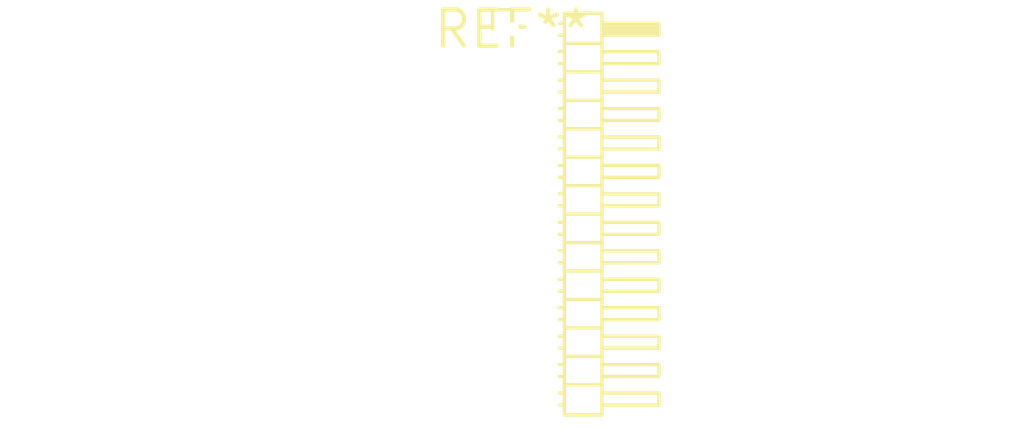
<source format=kicad_pcb>
(kicad_pcb (version 20240108) (generator pcbnew)
  (layers (0 "F.Cu" signal) (31 "B.Cu" signal) (34 "B.Paste" user) (35 "F.Paste" user) (36 "B.SilkS" user "B.Silkscreen") (37 "F.SilkS" user "F.Silkscreen") (38 "B.Mask" user) (39 "F.Mask" user) (44 "Edge.Cuts" user))
  (net 0 "")
  (footprint "PinHeader_2x14_P1.00mm_Horizontal" (layer "F.Cu") (at 0 0)
    (property "Reference" "REF**")
    (property "Value" "PinHeader_2x14_P1.00mm_Horizontal")
    (fp_line (start -0.685 -0.685) (end 0 -0.685) (layer "F.SilkS") (stroke (width 0.12)))
    (fp_line (start -0.685 0) (end -0.685 -0.685) (layer "F.SilkS") (stroke (width 0.12)))
    (fp_line (start 1.652016 -0.21) (end 1.84 -0.21) (layer "F.SilkS") (stroke (width 0.12)))
    (fp_line (start 1.652016 0.21) (end 1.84 0.21) (layer "F.SilkS") (stroke (width 0.12)))
    (fp_line (start 1.652016 0.79) (end 1.84 0.79) (layer "F.SilkS") (stroke (width 0.12)))
    (fp_line (start 1.652016 1.21) (end 1.84 1.21) (layer "F.SilkS") (stroke (width 0.12)))
    (fp_line (start 1.652016 1.79) (end 1.84 1.79) (layer "F.SilkS") (stroke (width 0.12)))
    (fp_line (start 1.652016 2.21) (end 1.84 2.21) (layer "F.SilkS") (stroke (width 0.12)))
    (fp_line (start 1.652016 2.79) (end 1.84 2.79) (layer "F.SilkS") (stroke (width 0.12)))
    (fp_line (start 1.652016 3.21) (end 1.84 3.21) (layer "F.SilkS") (stroke (width 0.12)))
    (fp_line (start 1.652016 3.79) (end 1.84 3.79) (layer "F.SilkS") (stroke (width 0.12)))
    (fp_line (start 1.652016 4.21) (end 1.84 4.21) (layer "F.SilkS") (stroke (width 0.12)))
    (fp_line (start 1.652016 4.79) (end 1.84 4.79) (layer "F.SilkS") (stroke (width 0.12)))
    (fp_line (start 1.652016 5.21) (end 1.84 5.21) (layer "F.SilkS") (stroke (width 0.12)))
    (fp_line (start 1.652016 5.79) (end 1.84 5.79) (layer "F.SilkS") (stroke (width 0.12)))
    (fp_line (start 1.652016 6.21) (end 1.84 6.21) (layer "F.SilkS") (stroke (width 0.12)))
    (fp_line (start 1.652016 6.79) (end 1.84 6.79) (layer "F.SilkS") (stroke (width 0.12)))
    (fp_line (start 1.652016 7.21) (end 1.84 7.21) (layer "F.SilkS") (stroke (width 0.12)))
    (fp_line (start 1.652016 7.79) (end 1.84 7.79) (layer "F.SilkS") (stroke (width 0.12)))
    (fp_line (start 1.652016 8.21) (end 1.84 8.21) (layer "F.SilkS") (stroke (width 0.12)))
    (fp_line (start 1.652016 8.79) (end 1.84 8.79) (layer "F.SilkS") (stroke (width 0.12)))
    (fp_line (start 1.652016 9.21) (end 1.84 9.21) (layer "F.SilkS") (stroke (width 0.12)))
    (fp_line (start 1.652016 9.79) (end 1.84 9.79) (layer "F.SilkS") (stroke (width 0.12)))
    (fp_line (start 1.652016 10.21) (end 1.84 10.21) (layer "F.SilkS") (stroke (width 0.12)))
    (fp_line (start 1.652016 10.79) (end 1.84 10.79) (layer "F.SilkS") (stroke (width 0.12)))
    (fp_line (start 1.652016 11.21) (end 1.84 11.21) (layer "F.SilkS") (stroke (width 0.12)))
    (fp_line (start 1.652016 11.79) (end 1.84 11.79) (layer "F.SilkS") (stroke (width 0.12)))
    (fp_line (start 1.652016 12.21) (end 1.84 12.21) (layer "F.SilkS") (stroke (width 0.12)))
    (fp_line (start 1.652016 12.79) (end 1.84 12.79) (layer "F.SilkS") (stroke (width 0.12)))
    (fp_line (start 1.652016 13.21) (end 1.84 13.21) (layer "F.SilkS") (stroke (width 0.12)))
    (fp_line (start 1.84 -0.56) (end 1.84 13.56) (layer "F.SilkS") (stroke (width 0.12)))
    (fp_line (start 1.84 0.5) (end 3.16 0.5) (layer "F.SilkS") (stroke (width 0.12)))
    (fp_line (start 1.84 1.5) (end 3.16 1.5) (layer "F.SilkS") (stroke (width 0.12)))
    (fp_line (start 1.84 2.5) (end 3.16 2.5) (layer "F.SilkS") (stroke (width 0.12)))
    (fp_line (start 1.84 3.5) (end 3.16 3.5) (layer "F.SilkS") (stroke (width 0.12)))
    (fp_line (start 1.84 4.5) (end 3.16 4.5) (layer "F.SilkS") (stroke (width 0.12)))
    (fp_line (start 1.84 5.5) (end 3.16 5.5) (layer "F.SilkS") (stroke (width 0.12)))
    (fp_line (start 1.84 6.5) (end 3.16 6.5) (layer "F.SilkS") (stroke (width 0.12)))
    (fp_line (start 1.84 7.5) (end 3.16 7.5) (layer "F.SilkS") (stroke (width 0.12)))
    (fp_line (start 1.84 8.5) (end 3.16 8.5) (layer "F.SilkS") (stroke (width 0.12)))
    (fp_line (start 1.84 9.5) (end 3.16 9.5) (layer "F.SilkS") (stroke (width 0.12)))
    (fp_line (start 1.84 10.5) (end 3.16 10.5) (layer "F.SilkS") (stroke (width 0.12)))
    (fp_line (start 1.84 11.5) (end 3.16 11.5) (layer "F.SilkS") (stroke (width 0.12)))
    (fp_line (start 1.84 12.5) (end 3.16 12.5) (layer "F.SilkS") (stroke (width 0.12)))
    (fp_line (start 1.84 13.56) (end 3.16 13.56) (layer "F.SilkS") (stroke (width 0.12)))
    (fp_line (start 3.16 -0.56) (end 1.84 -0.56) (layer "F.SilkS") (stroke (width 0.12)))
    (fp_line (start 3.16 -0.21) (end 5.16 -0.21) (layer "F.SilkS") (stroke (width 0.12)))
    (fp_line (start 3.16 -0.15) (end 5.16 -0.15) (layer "F.SilkS") (stroke (width 0.12)))
    (fp_line (start 3.16 -0.03) (end 5.16 -0.03) (layer "F.SilkS") (stroke (width 0.12)))
    (fp_line (start 3.16 0.09) (end 5.16 0.09) (layer "F.SilkS") (stroke (width 0.12)))
    (fp_line (start 3.16 0.79) (end 5.16 0.79) (layer "F.SilkS") (stroke (width 0.12)))
    (fp_line (start 3.16 1.79) (end 5.16 1.79) (layer "F.SilkS") (stroke (width 0.12)))
    (fp_line (start 3.16 2.79) (end 5.16 2.79) (layer "F.SilkS") (stroke (width 0.12)))
    (fp_line (start 3.16 3.79) (end 5.16 3.79) (layer "F.SilkS") (stroke (width 0.12)))
    (fp_line (start 3.16 4.79) (end 5.16 4.79) (layer "F.SilkS") (stroke (width 0.12)))
    (fp_line (start 3.16 5.79) (end 5.16 5.79) (layer "F.SilkS") (stroke (width 0.12)))
    (fp_line (start 3.16 6.79) (end 5.16 6.79) (layer "F.SilkS") (stroke (width 0.12)))
    (fp_line (start 3.16 7.79) (end 5.16 7.79) (layer "F.SilkS") (stroke (width 0.12)))
    (fp_line (start 3.16 8.79) (end 5.16 8.79) (layer "F.SilkS") (stroke (width 0.12)))
    (fp_line (start 3.16 9.79) (end 5.16 9.79) (layer "F.SilkS") (stroke (width 0.12)))
    (fp_line (start 3.16 10.79) (end 5.16 10.79) (layer "F.SilkS") (stroke (width 0.12)))
    (fp_line (start 3.16 11.79) (end 5.16 11.79) (layer "F.SilkS") (stroke (width 0.12)))
    (fp_line (start 3.16 12.79) (end 5.16 12.79) (layer "F.SilkS") (stroke (width 0.12)))
    (fp_line (start 3.16 13.56) (end 3.16 -0.56) (layer "F.SilkS") (stroke (width 0.12)))
    (fp_line (start 5.16 -0.21) (end 5.16 0.21) (layer "F.SilkS") (stroke (width 0.12)))
    (fp_line (start 5.16 0.21) (end 3.16 0.21) (layer "F.SilkS") (stroke (width 0.12)))
    (fp_line (start 5.16 0.79) (end 5.16 1.21) (layer "F.SilkS") (stroke (width 0.12)))
    (fp_line (start 5.16 1.21) (end 3.16 1.21) (layer "F.SilkS") (stroke (width 0.12)))
    (fp_line (start 5.16 1.79) (end 5.16 2.21) (layer "F.SilkS") (stroke (width 0.12)))
    (fp_line (start 5.16 2.21) (end 3.16 2.21) (layer "F.SilkS") (stroke (width 0.12)))
    (fp_line (start 5.16 2.79) (end 5.16 3.21) (layer "F.SilkS") (stroke (width 0.12)))
    (fp_line (start 5.16 3.21) (end 3.16 3.21) (layer "F.SilkS") (stroke (width 0.12)))
    (fp_line (start 5.16 3.79) (end 5.16 4.21) (layer "F.SilkS") (stroke (width 0.12)))
    (fp_line (start 5.16 4.21) (end 3.16 4.21) (layer "F.SilkS") (stroke (width 0.12)))
    (fp_line (start 5.16 4.79) (end 5.16 5.21) (layer "F.SilkS") (stroke (width 0.12)))
    (fp_line (start 5.16 5.21) (end 3.16 5.21) (layer "F.SilkS") (stroke (width 0.12)))
    (fp_line (start 5.16 5.79) (end 5.16 6.21) (layer "F.SilkS") (stroke (width 0.12)))
    (fp_line (start 5.16 6.21) (end 3.16 6.21) (layer "F.SilkS") (stroke (width 0.12)))
    (fp_line (start 5.16 6.79) (end 5.16 7.21) (layer "F.SilkS") (stroke (width 0.12)))
    (fp_line (start 5.16 7.21) (end 3.16 7.21) (layer "F.SilkS") (stroke (width 0.12)))
    (fp_line (start 5.16 7.79) (end 5.16 8.21) (layer "F.SilkS") (stroke (width 0.12)))
    (fp_line (start 5.16 8.21) (end 3.16 8.21) (layer "F.SilkS") (stroke (width 0.12)))
    (fp_line (start 5.16 8.79) (end 5.16 9.21) (layer "F.SilkS") (stroke (width 0.12)))
    (fp_line (start 5.16 9.21) (end 3.16 9.21) (layer "F.SilkS") (stroke (width 0.12)))
    (fp_line (start 5.16 9.79) (end 5.16 10.21) (layer "F.SilkS") (stroke (width 0.12)))
    (fp_line (start 5.16 10.21) (end 3.16 10.21) (layer "F.SilkS") (stroke (width 0.12)))
    (fp_line (start 5.16 10.79) (end 5.16 11.21) (layer "F.SilkS") (stroke (width 0.12)))
    (fp_line (start 5.16 11.21) (end 3.16 11.21) (layer "F.SilkS") (stroke (width 0.12)))
    (fp_line (start 5.16 11.79) (end 5.16 12.21) (layer "F.SilkS") (stroke (width 0.12)))
    (fp_line (start 5.16 12.21) (end 3.16 12.21) (layer "F.SilkS") (stroke (width 0.12)))
    (fp_line (start 5.16 12.79) (end 5.16 13.21) (layer "F.SilkS") (stroke (width 0.12)))
    (fp_line (start 5.16 13.21) (end 3.16 13.21) (layer "F.SilkS") (stroke (width 0.12)))
    (pad "1" thru_hole rect (at 0 0) (size 0.85 0.85) (drill 0.5) (layers *.Cu *.Mask) (remove_unused_layers))
    (pad "2" thru_hole oval (at 1 0) (size 0.85 0.85) (drill 0.5) (layers *.Cu *.Mask) (remove_unused_layers))
    (pad "3" thru_hole oval (at 0 1) (size 0.85 0.85) (drill 0.5) (layers *.Cu *.Mask) (remove_unused_layers))
    (pad "4" thru_hole oval (at 1 1) (size 0.85 0.85) (drill 0.5) (layers *.Cu *.Mask) (remove_unused_layers))
    (pad "5" thru_hole oval (at 0 2) (size 0.85 0.85) (drill 0.5) (layers *.Cu *.Mask) (remove_unused_layers))
    (pad "6" thru_hole oval (at 1 2) (size 0.85 0.85) (drill 0.5) (layers *.Cu *.Mask) (remove_unused_layers))
    (pad "7" thru_hole oval (at 0 3) (size 0.85 0.85) (drill 0.5) (layers *.Cu *.Mask) (remove_unused_layers))
    (pad "8" thru_hole oval (at 1 3) (size 0.85 0.85) (drill 0.5) (layers *.Cu *.Mask) (remove_unused_layers))
    (pad "9" thru_hole oval (at 0 4) (size 0.85 0.85) (drill 0.5) (layers *.Cu *.Mask) (remove_unused_layers))
    (pad "10" thru_hole oval (at 1 4) (size 0.85 0.85) (drill 0.5) (layers *.Cu *.Mask) (remove_unused_layers))
    (pad "11" thru_hole oval (at 0 5) (size 0.85 0.85) (drill 0.5) (layers *.Cu *.Mask) (remove_unused_layers))
    (pad "12" thru_hole oval (at 1 5) (size 0.85 0.85) (drill 0.5) (layers *.Cu *.Mask) (remove_unused_layers))
    (pad "13" thru_hole oval (at 0 6) (size 0.85 0.85) (drill 0.5) (layers *.Cu *.Mask) (remove_unused_layers))
    (pad "14" thru_hole oval (at 1 6) (size 0.85 0.85) (drill 0.5) (layers *.Cu *.Mask) (remove_unused_layers))
    (pad "15" thru_hole oval (at 0 7) (size 0.85 0.85) (drill 0.5) (layers *.Cu *.Mask) (remove_unused_layers))
    (pad "16" thru_hole oval (at 1 7) (size 0.85 0.85) (drill 0.5) (layers *.Cu *.Mask) (remove_unused_layers))
    (pad "17" thru_hole oval (at 0 8) (size 0.85 0.85) (drill 0.5) (layers *.Cu *.Mask) (remove_unused_layers))
    (pad "18" thru_hole oval (at 1 8) (size 0.85 0.85) (drill 0.5) (layers *.Cu *.Mask) (remove_unused_layers))
    (pad "19" thru_hole oval (at 0 9) (size 0.85 0.85) (drill 0.5) (layers *.Cu *.Mask) (remove_unused_layers))
    (pad "20" thru_hole oval (at 1 9) (size 0.85 0.85) (drill 0.5) (layers *.Cu *.Mask) (remove_unused_layers))
    (pad "21" thru_hole oval (at 0 10) (size 0.85 0.85) (drill 0.5) (layers *.Cu *.Mask) (remove_unused_layers))
    (pad "22" thru_hole oval (at 1 10) (size 0.85 0.85) (drill 0.5) (layers *.Cu *.Mask) (remove_unused_layers))
    (pad "23" thru_hole oval (at 0 11) (size 0.85 0.85) (drill 0.5) (layers *.Cu *.Mask) (remove_unused_layers))
    (pad "24" thru_hole oval (at 1 11) (size 0.85 0.85) (drill 0.5) (layers *.Cu *.Mask) (remove_unused_layers))
    (pad "25" thru_hole oval (at 0 12) (size 0.85 0.85) (drill 0.5) (layers *.Cu *.Mask) (remove_unused_layers))
    (pad "26" thru_hole oval (at 1 12) (size 0.85 0.85) (drill 0.5) (layers *.Cu *.Mask) (remove_unused_layers))
    (pad "27" thru_hole oval (at 0 13) (size 0.85 0.85) (drill 0.5) (layers *.Cu *.Mask) (remove_unused_layers))
    (pad "28" thru_hole oval (at 1 13) (size 0.85 0.85) (drill 0.5) (layers *.Cu *.Mask) (remove_unused_layers))
  )
)
</source>
